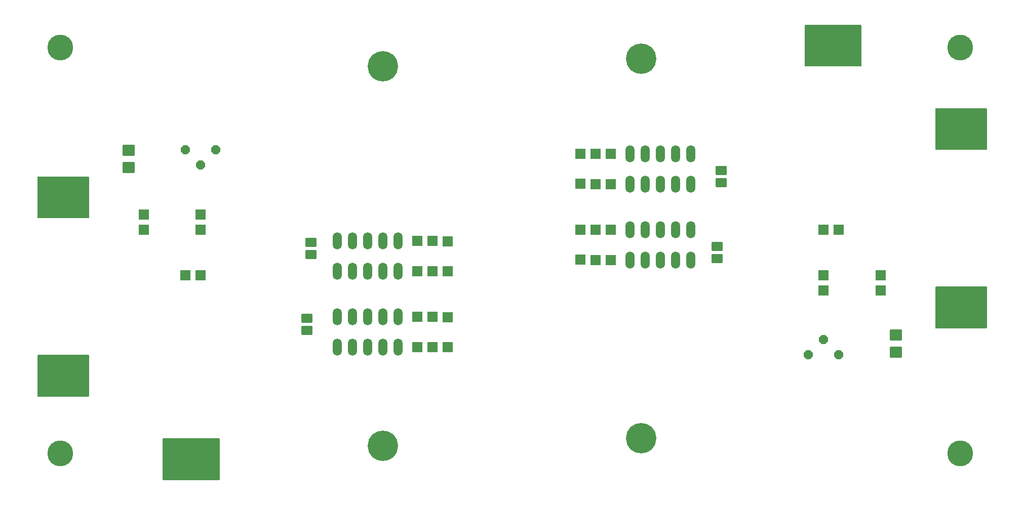
<source format=gbr>
%TF.GenerationSoftware,KiCad,Pcbnew,9.0.3*%
%TF.CreationDate,2025-07-30T15:06:46-04:00*%
%TF.ProjectId,blackboxvDualv4,626c6163-6b62-46f7-9876-4475616c7634,rev?*%
%TF.SameCoordinates,Original*%
%TF.FileFunction,Soldermask,Top*%
%TF.FilePolarity,Negative*%
%FSLAX46Y46*%
G04 Gerber Fmt 4.6, Leading zero omitted, Abs format (unit mm)*
G04 Created by KiCad (PCBNEW 9.0.3) date 2025-07-30 15:06:46*
%MOMM*%
%LPD*%
G01*
G04 APERTURE LIST*
G04 Aperture macros list*
%AMRoundRect*
0 Rectangle with rounded corners*
0 $1 Rounding radius*
0 $2 $3 $4 $5 $6 $7 $8 $9 X,Y pos of 4 corners*
0 Add a 4 corners polygon primitive as box body*
4,1,4,$2,$3,$4,$5,$6,$7,$8,$9,$2,$3,0*
0 Add four circle primitives for the rounded corners*
1,1,$1+$1,$2,$3*
1,1,$1+$1,$4,$5*
1,1,$1+$1,$6,$7*
1,1,$1+$1,$8,$9*
0 Add four rect primitives between the rounded corners*
20,1,$1+$1,$2,$3,$4,$5,0*
20,1,$1+$1,$4,$5,$6,$7,0*
20,1,$1+$1,$6,$7,$8,$9,0*
20,1,$1+$1,$8,$9,$2,$3,0*%
%AMFreePoly0*
4,1,25,0.333266,0.742596,0.345389,0.732242,0.732242,0.345389,0.760749,0.289441,0.762000,0.273547,0.762000,-0.273547,0.742596,-0.333266,0.732242,-0.345389,0.345389,-0.732242,0.289441,-0.760749,0.273547,-0.762000,-0.273547,-0.762000,-0.333266,-0.742596,-0.345389,-0.732242,-0.732242,-0.345389,-0.760749,-0.289441,-0.762000,-0.273547,-0.762000,0.273547,-0.742596,0.333266,-0.732242,0.345389,
-0.345389,0.732242,-0.289441,0.760749,-0.273547,0.762000,0.273547,0.762000,0.333266,0.742596,0.333266,0.742596,$1*%
G04 Aperture macros list end*
%ADD10RoundRect,0.101600X0.762000X-0.762000X0.762000X0.762000X-0.762000X0.762000X-0.762000X-0.762000X0*%
%ADD11O,1.524000X2.844800*%
%ADD12RoundRect,0.101600X-0.800000X0.650000X-0.800000X-0.650000X0.800000X-0.650000X0.800000X0.650000X0*%
%ADD13FreePoly0,180.000000*%
%ADD14RoundRect,0.101600X0.762000X0.762000X-0.762000X0.762000X-0.762000X-0.762000X0.762000X-0.762000X0*%
%ADD15C,5.080000*%
%ADD16RoundRect,0.101600X0.800000X-0.650000X0.800000X0.650000X-0.800000X0.650000X-0.800000X-0.650000X0*%
%ADD17RoundRect,0.101600X-0.762000X-0.762000X0.762000X-0.762000X0.762000X0.762000X-0.762000X0.762000X0*%
%ADD18RoundRect,0.101600X0.901500X-0.800000X0.901500X0.800000X-0.901500X0.800000X-0.901500X-0.800000X0*%
%ADD19C,4.318000*%
%ADD20RoundRect,0.101600X-0.762000X0.762000X-0.762000X-0.762000X0.762000X-0.762000X0.762000X0.762000X0*%
%ADD21FreePoly0,0.000000*%
%ADD22RoundRect,0.101600X-0.901500X0.800000X-0.901500X-0.800000X0.901500X-0.800000X0.901500X0.800000X0*%
G04 APERTURE END LIST*
D10*
%TO.C,JP9*%
X162445600Y-101188600D03*
X164985600Y-101188600D03*
%TD*%
D11*
%TO.C,SW1*%
X129425600Y-103093600D03*
X126885600Y-103093600D03*
X124345600Y-103093600D03*
X121805600Y-103093600D03*
X119265600Y-103093600D03*
X119265600Y-108173600D03*
X121805600Y-108173600D03*
X124345600Y-108173600D03*
X126885600Y-108173600D03*
X129425600Y-108173600D03*
%TD*%
%TO.C,SW3*%
X168160600Y-106268600D03*
X170700600Y-106268600D03*
X173240600Y-106268600D03*
X175780600Y-106268600D03*
X178320600Y-106268600D03*
X178320600Y-101188600D03*
X175780600Y-101188600D03*
X173240600Y-101188600D03*
X170700600Y-101188600D03*
X168160600Y-101188600D03*
%TD*%
D12*
%TO.C,C2*%
X114185600Y-116063600D03*
X114185600Y-118063600D03*
%TD*%
D10*
%TO.C,JP11*%
X132600600Y-115793600D03*
X135140600Y-115793600D03*
%TD*%
D13*
%TO.C,R4*%
X198031000Y-122143600D03*
X203060200Y-122143600D03*
X200545600Y-119603600D03*
%TD*%
D10*
%TO.C,L4*%
X159905600Y-106228600D03*
X159905600Y-101228600D03*
%TD*%
D11*
%TO.C,SW2*%
X119265600Y-120873600D03*
X121805600Y-120873600D03*
X124345600Y-120873600D03*
X126885600Y-120873600D03*
X129425600Y-120873600D03*
X129425600Y-115793600D03*
X126885600Y-115793600D03*
X124345600Y-115793600D03*
X121805600Y-115793600D03*
X119265600Y-115793600D03*
%TD*%
D14*
%TO.C,JP2*%
X86880600Y-101188600D03*
X86880600Y-98648600D03*
%TD*%
D15*
%TO.C,UNK_HOLE_1*%
X126885600Y-137383600D03*
%TD*%
D12*
%TO.C,C1*%
X114820600Y-103363600D03*
X114820600Y-105363600D03*
%TD*%
D10*
%TO.C,JP8*%
X132600600Y-108173600D03*
X135140600Y-108173600D03*
%TD*%
D14*
%TO.C,JP6*%
X200545600Y-111348600D03*
X200545600Y-108808600D03*
%TD*%
D10*
%TO.C,JP1*%
X200545600Y-101188600D03*
X203085600Y-101188600D03*
%TD*%
D16*
%TO.C,C4*%
X183400600Y-93298600D03*
X183400600Y-91298600D03*
%TD*%
D15*
%TO.C,UNK_HOLE_7*%
X170065600Y-72613600D03*
%TD*%
D16*
%TO.C,C3*%
X182765600Y-105998600D03*
X182765600Y-103998600D03*
%TD*%
D17*
%TO.C,JP4*%
X96405600Y-98648600D03*
X96405600Y-101188600D03*
%TD*%
D18*
%TO.C,R1*%
X84340600Y-90799600D03*
X84340600Y-87955600D03*
%TD*%
D19*
%TO.C,UNK_HOLE_2*%
X72910600Y-70708600D03*
%TD*%
D20*
%TO.C,L2*%
X137680600Y-103133600D03*
X137680600Y-108133600D03*
%TD*%
D15*
%TO.C,UNK_HOLE_0*%
X126885600Y-73883600D03*
%TD*%
D21*
%TO.C,R3*%
X98920200Y-87853600D03*
X93891000Y-87853600D03*
X96405600Y-90393600D03*
%TD*%
D10*
%TO.C,JP10*%
X162445600Y-106268600D03*
X164985600Y-106268600D03*
%TD*%
D15*
%TO.C,UNK_HOLE_6*%
X170065600Y-136113600D03*
%TD*%
D10*
%TO.C,JP13*%
X162445600Y-93568600D03*
X164985600Y-93568600D03*
%TD*%
D20*
%TO.C,JP3*%
X96405600Y-108808600D03*
X93865600Y-108808600D03*
%TD*%
D19*
%TO.C,UNK_HOLE_5*%
X72910600Y-138653600D03*
%TD*%
D10*
%TO.C,JP12*%
X132600600Y-120873600D03*
X135140600Y-120873600D03*
%TD*%
D20*
%TO.C,L1*%
X137680600Y-115833600D03*
X137680600Y-120833600D03*
%TD*%
D17*
%TO.C,JP5*%
X210070600Y-108808600D03*
X210070600Y-111348600D03*
%TD*%
D10*
%TO.C,L3*%
X159905600Y-93528600D03*
X159905600Y-88528600D03*
%TD*%
%TO.C,JP7*%
X132600600Y-103093600D03*
X135140600Y-103093600D03*
%TD*%
D19*
%TO.C,UNK_HOLE_4*%
X223405600Y-138653600D03*
%TD*%
D10*
%TO.C,JP14*%
X162445600Y-88488600D03*
X164985600Y-88488600D03*
%TD*%
D22*
%TO.C,R2*%
X212610600Y-118816600D03*
X212610600Y-121660600D03*
%TD*%
D11*
%TO.C,SW4*%
X178320600Y-88488600D03*
X175780600Y-88488600D03*
X173240600Y-88488600D03*
X170700600Y-88488600D03*
X168160600Y-88488600D03*
X168160600Y-93568600D03*
X170700600Y-93568600D03*
X173240600Y-93568600D03*
X175780600Y-93568600D03*
X178320600Y-93568600D03*
%TD*%
D19*
%TO.C,UNK_HOLE_3*%
X223405600Y-70708600D03*
%TD*%
G36*
X227793639Y-110733285D02*
G01*
X227839394Y-110786089D01*
X227850600Y-110837600D01*
X227850600Y-117574600D01*
X227830915Y-117641639D01*
X227778111Y-117687394D01*
X227726600Y-117698600D01*
X219338600Y-117698600D01*
X219271561Y-117678915D01*
X219225806Y-117626111D01*
X219214600Y-117574600D01*
X219214600Y-110837600D01*
X219234285Y-110770561D01*
X219287089Y-110724806D01*
X219338600Y-110713600D01*
X227726600Y-110713600D01*
X227793639Y-110733285D01*
G37*
G36*
X77679639Y-92318285D02*
G01*
X77725394Y-92371089D01*
X77736600Y-92422600D01*
X77736600Y-99159600D01*
X77716915Y-99226639D01*
X77664111Y-99272394D01*
X77612600Y-99283600D01*
X69224600Y-99283600D01*
X69157561Y-99263915D01*
X69111806Y-99211111D01*
X69100600Y-99159600D01*
X69100600Y-92422600D01*
X69120285Y-92355561D01*
X69173089Y-92309806D01*
X69224600Y-92298600D01*
X77612600Y-92298600D01*
X77679639Y-92318285D01*
G37*
G36*
X227793639Y-80888285D02*
G01*
X227839394Y-80941089D01*
X227850600Y-80992600D01*
X227850600Y-87729600D01*
X227830915Y-87796639D01*
X227778111Y-87842394D01*
X227726600Y-87853600D01*
X219338600Y-87853600D01*
X219271561Y-87833915D01*
X219225806Y-87781111D01*
X219214600Y-87729600D01*
X219214600Y-80992600D01*
X219234285Y-80925561D01*
X219287089Y-80879806D01*
X219338600Y-80868600D01*
X227726600Y-80868600D01*
X227793639Y-80888285D01*
G37*
G36*
X206838639Y-66928285D02*
G01*
X206884394Y-66981089D01*
X206895600Y-67032600D01*
X206895600Y-73759600D01*
X206875915Y-73826639D01*
X206823111Y-73872394D01*
X206771600Y-73883600D01*
X197494600Y-73883600D01*
X197427561Y-73863915D01*
X197381806Y-73811111D01*
X197370600Y-73759600D01*
X197370600Y-67032600D01*
X197390285Y-66965561D01*
X197443089Y-66919806D01*
X197494600Y-66908600D01*
X206771600Y-66908600D01*
X206838639Y-66928285D01*
G37*
G36*
X77679639Y-122163285D02*
G01*
X77725394Y-122216089D01*
X77736600Y-122267600D01*
X77736600Y-129004600D01*
X77716915Y-129071639D01*
X77664111Y-129117394D01*
X77612600Y-129128600D01*
X69224600Y-129128600D01*
X69157561Y-129108915D01*
X69111806Y-129056111D01*
X69100600Y-129004600D01*
X69100600Y-122267600D01*
X69120285Y-122200561D01*
X69173089Y-122154806D01*
X69224600Y-122143600D01*
X77612600Y-122143600D01*
X77679639Y-122163285D01*
G37*
G36*
X99523639Y-136133285D02*
G01*
X99569394Y-136186089D01*
X99580600Y-136237600D01*
X99580600Y-142974600D01*
X99560915Y-143041639D01*
X99508111Y-143087394D01*
X99456600Y-143098600D01*
X90179600Y-143098600D01*
X90112561Y-143078915D01*
X90066806Y-143026111D01*
X90055600Y-142974600D01*
X90055600Y-136237600D01*
X90075285Y-136170561D01*
X90128089Y-136124806D01*
X90179600Y-136113600D01*
X99456600Y-136113600D01*
X99523639Y-136133285D01*
G37*
M02*

</source>
